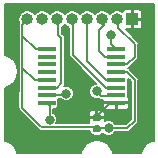
<source format=gbl>
G04 #@! TF.GenerationSoftware,KiCad,Pcbnew,5.0.2-bee76a0~70~ubuntu18.04.1*
G04 #@! TF.CreationDate,2020-01-14T20:57:16+01:00*
G04 #@! TF.ProjectId,TLI5012B,544c4935-3031-4324-922e-6b696361645f,rev?*
G04 #@! TF.SameCoordinates,Original*
G04 #@! TF.FileFunction,Copper,L2,Bot*
G04 #@! TF.FilePolarity,Positive*
%FSLAX46Y46*%
G04 Gerber Fmt 4.6, Leading zero omitted, Abs format (unit mm)*
G04 Created by KiCad (PCBNEW 5.0.2-bee76a0~70~ubuntu18.04.1) date Di 14 Jan 2020 20:57:16 CET*
%MOMM*%
%LPD*%
G01*
G04 APERTURE LIST*
G04 #@! TA.AperFunction,Conductor*
%ADD10C,0.100000*%
G04 #@! TD*
G04 #@! TA.AperFunction,SMDPad,CuDef*
%ADD11C,0.590000*%
G04 #@! TD*
G04 #@! TA.AperFunction,ComponentPad*
%ADD12R,1.000000X1.000000*%
G04 #@! TD*
G04 #@! TA.AperFunction,ComponentPad*
%ADD13O,1.000000X1.000000*%
G04 #@! TD*
G04 #@! TA.AperFunction,SMDPad,CuDef*
%ADD14R,1.500000X0.450000*%
G04 #@! TD*
G04 #@! TA.AperFunction,ViaPad*
%ADD15C,0.800000*%
G04 #@! TD*
G04 #@! TA.AperFunction,Conductor*
%ADD16C,0.152400*%
G04 #@! TD*
G04 #@! TA.AperFunction,Conductor*
%ADD17C,0.203200*%
G04 #@! TD*
G04 APERTURE END LIST*
D10*
G04 #@! TO.N,+5V*
G04 #@! TO.C,C1*
G36*
X139161958Y-90690710D02*
X139176276Y-90692834D01*
X139190317Y-90696351D01*
X139203946Y-90701228D01*
X139217031Y-90707417D01*
X139229447Y-90714858D01*
X139241073Y-90723481D01*
X139251798Y-90733202D01*
X139261519Y-90743927D01*
X139270142Y-90755553D01*
X139277583Y-90767969D01*
X139283772Y-90781054D01*
X139288649Y-90794683D01*
X139292166Y-90808724D01*
X139294290Y-90823042D01*
X139295000Y-90837500D01*
X139295000Y-91132500D01*
X139294290Y-91146958D01*
X139292166Y-91161276D01*
X139288649Y-91175317D01*
X139283772Y-91188946D01*
X139277583Y-91202031D01*
X139270142Y-91214447D01*
X139261519Y-91226073D01*
X139251798Y-91236798D01*
X139241073Y-91246519D01*
X139229447Y-91255142D01*
X139217031Y-91262583D01*
X139203946Y-91268772D01*
X139190317Y-91273649D01*
X139176276Y-91277166D01*
X139161958Y-91279290D01*
X139147500Y-91280000D01*
X138802500Y-91280000D01*
X138788042Y-91279290D01*
X138773724Y-91277166D01*
X138759683Y-91273649D01*
X138746054Y-91268772D01*
X138732969Y-91262583D01*
X138720553Y-91255142D01*
X138708927Y-91246519D01*
X138698202Y-91236798D01*
X138688481Y-91226073D01*
X138679858Y-91214447D01*
X138672417Y-91202031D01*
X138666228Y-91188946D01*
X138661351Y-91175317D01*
X138657834Y-91161276D01*
X138655710Y-91146958D01*
X138655000Y-91132500D01*
X138655000Y-90837500D01*
X138655710Y-90823042D01*
X138657834Y-90808724D01*
X138661351Y-90794683D01*
X138666228Y-90781054D01*
X138672417Y-90767969D01*
X138679858Y-90755553D01*
X138688481Y-90743927D01*
X138698202Y-90733202D01*
X138708927Y-90723481D01*
X138720553Y-90714858D01*
X138732969Y-90707417D01*
X138746054Y-90701228D01*
X138759683Y-90696351D01*
X138773724Y-90692834D01*
X138788042Y-90690710D01*
X138802500Y-90690000D01*
X139147500Y-90690000D01*
X139161958Y-90690710D01*
X139161958Y-90690710D01*
G37*
D11*
G04 #@! TD*
G04 #@! TO.P,C1,1*
G04 #@! TO.N,+5V*
X138975000Y-90985000D03*
D10*
G04 #@! TO.N,GND*
G04 #@! TO.C,C1*
G36*
X139161958Y-89720710D02*
X139176276Y-89722834D01*
X139190317Y-89726351D01*
X139203946Y-89731228D01*
X139217031Y-89737417D01*
X139229447Y-89744858D01*
X139241073Y-89753481D01*
X139251798Y-89763202D01*
X139261519Y-89773927D01*
X139270142Y-89785553D01*
X139277583Y-89797969D01*
X139283772Y-89811054D01*
X139288649Y-89824683D01*
X139292166Y-89838724D01*
X139294290Y-89853042D01*
X139295000Y-89867500D01*
X139295000Y-90162500D01*
X139294290Y-90176958D01*
X139292166Y-90191276D01*
X139288649Y-90205317D01*
X139283772Y-90218946D01*
X139277583Y-90232031D01*
X139270142Y-90244447D01*
X139261519Y-90256073D01*
X139251798Y-90266798D01*
X139241073Y-90276519D01*
X139229447Y-90285142D01*
X139217031Y-90292583D01*
X139203946Y-90298772D01*
X139190317Y-90303649D01*
X139176276Y-90307166D01*
X139161958Y-90309290D01*
X139147500Y-90310000D01*
X138802500Y-90310000D01*
X138788042Y-90309290D01*
X138773724Y-90307166D01*
X138759683Y-90303649D01*
X138746054Y-90298772D01*
X138732969Y-90292583D01*
X138720553Y-90285142D01*
X138708927Y-90276519D01*
X138698202Y-90266798D01*
X138688481Y-90256073D01*
X138679858Y-90244447D01*
X138672417Y-90232031D01*
X138666228Y-90218946D01*
X138661351Y-90205317D01*
X138657834Y-90191276D01*
X138655710Y-90176958D01*
X138655000Y-90162500D01*
X138655000Y-89867500D01*
X138655710Y-89853042D01*
X138657834Y-89838724D01*
X138661351Y-89824683D01*
X138666228Y-89811054D01*
X138672417Y-89797969D01*
X138679858Y-89785553D01*
X138688481Y-89773927D01*
X138698202Y-89763202D01*
X138708927Y-89753481D01*
X138720553Y-89744858D01*
X138732969Y-89737417D01*
X138746054Y-89731228D01*
X138759683Y-89726351D01*
X138773724Y-89722834D01*
X138788042Y-89720710D01*
X138802500Y-89720000D01*
X139147500Y-89720000D01*
X139161958Y-89720710D01*
X139161958Y-89720710D01*
G37*
D11*
G04 #@! TD*
G04 #@! TO.P,C1,2*
G04 #@! TO.N,GND*
X138975000Y-90015000D03*
D12*
G04 #@! TO.P,J1,1*
G04 #@! TO.N,GND*
X141975000Y-81700000D03*
D13*
G04 #@! TO.P,J1,2*
G04 #@! TO.N,/A_OUT_*
X140705000Y-81700000D03*
G04 #@! TO.P,J1,3*
G04 #@! TO.N,/A_OUT*
X139435000Y-81700000D03*
G04 #@! TO.P,J1,4*
G04 #@! TO.N,/B_OUT_*
X138165000Y-81700000D03*
G04 #@! TO.P,J1,5*
G04 #@! TO.N,/B_OUT*
X136895000Y-81700000D03*
G04 #@! TO.P,J1,6*
G04 #@! TO.N,/C_OUT_*
X135625000Y-81700000D03*
G04 #@! TO.P,J1,7*
G04 #@! TO.N,/C_OUT*
X134355000Y-81700000D03*
G04 #@! TO.P,J1,8*
G04 #@! TO.N,+5V*
X133085000Y-81700000D03*
G04 #@! TD*
D14*
G04 #@! TO.P,U2,1*
G04 #@! TO.N,/IFA*
X140625000Y-84225000D03*
G04 #@! TO.P,U2,2*
G04 #@! TO.N,/A_OUT*
X140625000Y-84875000D03*
G04 #@! TO.P,U2,3*
G04 #@! TO.N,/A_OUT_*
X140625000Y-85525000D03*
G04 #@! TO.P,U2,4*
G04 #@! TO.N,+5V*
X140625000Y-86175000D03*
G04 #@! TO.P,U2,5*
G04 #@! TO.N,/B_OUT_*
X140625000Y-86825000D03*
G04 #@! TO.P,U2,6*
G04 #@! TO.N,/B_OUT*
X140625000Y-87475000D03*
G04 #@! TO.P,U2,7*
G04 #@! TO.N,/IFB*
X140625000Y-88125000D03*
G04 #@! TO.P,U2,8*
G04 #@! TO.N,GND*
X140625000Y-88775000D03*
G04 #@! TO.P,U2,9*
G04 #@! TO.N,/IFC*
X134725000Y-88775000D03*
G04 #@! TO.P,U2,10*
G04 #@! TO.N,/C_OUT*
X134725000Y-88125000D03*
G04 #@! TO.P,U2,11*
G04 #@! TO.N,/C_OUT_*
X134725000Y-87475000D03*
G04 #@! TO.P,U2,12*
G04 #@! TO.N,+5V*
X134725000Y-86825000D03*
G04 #@! TO.P,U2,13*
G04 #@! TO.N,Net-(U2-Pad13)*
X134725000Y-86175000D03*
G04 #@! TO.P,U2,14*
G04 #@! TO.N,Net-(U2-Pad14)*
X134725000Y-85525000D03*
G04 #@! TO.P,U2,15*
G04 #@! TO.N,Net-(U2-Pad15)*
X134725000Y-84875000D03*
G04 #@! TO.P,U2,16*
G04 #@! TO.N,+5V*
X134725000Y-84225000D03*
G04 #@! TD*
D15*
G04 #@! TO.N,+5V*
X139975000Y-90900000D03*
G04 #@! TO.N,GND*
X137675000Y-90000000D03*
G04 #@! TO.N,/IFA*
X140175000Y-83000000D03*
G04 #@! TO.N,/IFB*
X138975000Y-87800000D03*
G04 #@! TO.N,/IFC*
X134975000Y-90200000D03*
G04 #@! TO.N,/C_OUT*
X136375000Y-88000000D03*
G04 #@! TD*
D16*
G04 #@! TO.N,+5V*
X134200000Y-84225000D02*
X134725000Y-84225000D01*
X141527400Y-86175000D02*
X142175000Y-86822600D01*
X140625000Y-86175000D02*
X141527400Y-86175000D01*
X142175000Y-86822600D02*
X142175000Y-90300000D01*
X141575000Y-90900000D02*
X139975000Y-90900000D01*
X142175000Y-90300000D02*
X141575000Y-90900000D01*
X133185000Y-81700000D02*
X132685001Y-82199999D01*
X133710001Y-86825000D02*
X132685001Y-85800000D01*
X134725000Y-86825000D02*
X133710001Y-86825000D01*
X132685001Y-83087401D02*
X132685001Y-82900000D01*
X133822600Y-84225000D02*
X132685001Y-83087401D01*
X134725000Y-84225000D02*
X133822600Y-84225000D01*
X132685001Y-82199999D02*
X132685001Y-82900000D01*
X132685001Y-82900000D02*
X132685001Y-85800000D01*
X132675000Y-87815000D02*
X132675000Y-89200000D01*
X132685001Y-85800000D02*
X132685001Y-87804999D01*
X132685001Y-87804999D02*
X132675000Y-87815000D01*
X139890000Y-90985000D02*
X139975000Y-90900000D01*
X139090000Y-90900000D02*
X138975000Y-90785000D01*
X139975000Y-90900000D02*
X139090000Y-90900000D01*
X138555000Y-90785000D02*
X138511399Y-90828601D01*
X138511399Y-90828601D02*
X134303601Y-90828601D01*
X132675000Y-89200000D02*
X134175000Y-90700000D01*
X134303601Y-90828601D02*
X134175000Y-90700000D01*
X138975000Y-90785000D02*
X138555000Y-90785000D01*
G04 #@! TO.N,GND*
X138975000Y-89900000D02*
X138975000Y-90015000D01*
X140100000Y-88775000D02*
X138975000Y-89900000D01*
X140625000Y-88775000D02*
X140100000Y-88775000D01*
X138975000Y-90015000D02*
X137690000Y-90015000D01*
X137690000Y-90015000D02*
X137675000Y-90000000D01*
G04 #@! TO.N,/IFA*
X140175000Y-83775000D02*
X140625000Y-84225000D01*
X140175000Y-83000000D02*
X140175000Y-83775000D01*
G04 #@! TO.N,/IFB*
X140550001Y-88199999D02*
X140625000Y-88125000D01*
X139374999Y-88199999D02*
X140550001Y-88199999D01*
X138975000Y-87800000D02*
X139374999Y-88199999D01*
G04 #@! TO.N,/IFC*
X134975000Y-89025000D02*
X134725000Y-88775000D01*
X134975000Y-90200000D02*
X134975000Y-89025000D01*
G04 #@! TO.N,/A_OUT_*
X140805000Y-82407106D02*
X142175000Y-83777106D01*
X140805000Y-81700000D02*
X140805000Y-82407106D01*
X142175000Y-84877400D02*
X141527400Y-85525000D01*
X141527400Y-85525000D02*
X140625000Y-85525000D01*
X142175000Y-83777106D02*
X142175000Y-84877400D01*
G04 #@! TO.N,/A_OUT*
X139575000Y-81740000D02*
X139535000Y-81700000D01*
X139575000Y-82200000D02*
X139575000Y-81740000D01*
X139175000Y-82600000D02*
X139575000Y-82200000D01*
X139175000Y-84400000D02*
X139175000Y-82600000D01*
X140625000Y-84875000D02*
X139650000Y-84875000D01*
X139650000Y-84875000D02*
X139175000Y-84400000D01*
G04 #@! TO.N,/B_OUT_*
X139722600Y-86825000D02*
X140625000Y-86825000D01*
X138165000Y-85267400D02*
X138397600Y-85500000D01*
X138165000Y-81700000D02*
X138165000Y-85267400D01*
X138397600Y-85500000D02*
X139722600Y-86825000D01*
G04 #@! TO.N,/B_OUT*
X136995000Y-82407106D02*
X136995000Y-81700000D01*
X136995000Y-84747400D02*
X136995000Y-82407106D01*
X139722600Y-87475000D02*
X136995000Y-84747400D01*
X140625000Y-87475000D02*
X139722600Y-87475000D01*
G04 #@! TO.N,/C_OUT_*
X135627400Y-87475000D02*
X135975000Y-87127400D01*
X134725000Y-87475000D02*
X135627400Y-87475000D01*
X135975000Y-87127400D02*
X135975000Y-83300000D01*
X135725000Y-83050000D02*
X135725000Y-81700000D01*
X135975000Y-83300000D02*
X135725000Y-83050000D01*
G04 #@! TO.N,/C_OUT*
X136375000Y-88000000D02*
X136275000Y-88000000D01*
X136150000Y-88125000D02*
X134725000Y-88125000D01*
X136275000Y-88000000D02*
X136150000Y-88125000D01*
G04 #@! TD*
D17*
G04 #@! TO.N,GND*
G36*
X143796001Y-91979997D02*
X143639863Y-92011055D01*
X143521265Y-92060180D01*
X143164400Y-92298630D01*
X143073630Y-92389400D01*
X142835180Y-92746265D01*
X142786055Y-92864863D01*
X142754997Y-93021000D01*
X140370003Y-93021000D01*
X140338945Y-92864863D01*
X140289820Y-92746265D01*
X140051370Y-92389400D01*
X139960598Y-92298628D01*
X139603735Y-92060180D01*
X139485137Y-92011055D01*
X139064185Y-91927322D01*
X138935815Y-91927322D01*
X138514863Y-92011055D01*
X138396265Y-92060180D01*
X138039400Y-92298630D01*
X137948630Y-92389400D01*
X137710180Y-92746265D01*
X137661055Y-92864863D01*
X137629997Y-93021000D01*
X132245003Y-93021000D01*
X132213945Y-92864863D01*
X132164820Y-92746265D01*
X131926370Y-92389400D01*
X131835598Y-92298628D01*
X131478735Y-92060180D01*
X131360137Y-92011055D01*
X131204000Y-91979997D01*
X131204000Y-87480003D01*
X131360137Y-87448945D01*
X131478735Y-87399820D01*
X131835600Y-87161370D01*
X131926370Y-87070600D01*
X132164820Y-86713735D01*
X132213945Y-86595137D01*
X132297678Y-86174185D01*
X132297678Y-86045815D01*
X132213945Y-85624863D01*
X132164820Y-85506265D01*
X131926370Y-85149400D01*
X131835598Y-85058628D01*
X131478735Y-84820180D01*
X131360137Y-84771055D01*
X131204000Y-84739997D01*
X131204000Y-81700000D01*
X132316229Y-81700000D01*
X132374748Y-81994196D01*
X132400067Y-82032089D01*
X132373959Y-82071162D01*
X132348332Y-82199999D01*
X132354801Y-82232521D01*
X132354802Y-82867474D01*
X132354801Y-82867479D01*
X132354801Y-83054878D01*
X132348332Y-83087401D01*
X132354801Y-83119922D01*
X132354802Y-85767473D01*
X132348332Y-85800000D01*
X132354801Y-85832522D01*
X132354802Y-87732194D01*
X132338331Y-87815000D01*
X132344800Y-87847522D01*
X132344801Y-89167473D01*
X132338331Y-89200000D01*
X132363958Y-89328837D01*
X132418517Y-89410490D01*
X132418519Y-89410492D01*
X132436940Y-89438061D01*
X132464509Y-89456482D01*
X133918517Y-90910490D01*
X134047115Y-91039087D01*
X134065540Y-91066662D01*
X134174763Y-91139643D01*
X134271079Y-91158801D01*
X134271083Y-91158801D01*
X134303600Y-91165269D01*
X134336117Y-91158801D01*
X138401256Y-91158801D01*
X138426965Y-91288052D01*
X138515078Y-91419922D01*
X138646948Y-91508035D01*
X138802500Y-91538976D01*
X139147500Y-91538976D01*
X139303052Y-91508035D01*
X139434922Y-91419922D01*
X139489037Y-91338933D01*
X139604539Y-91454435D01*
X139844911Y-91554000D01*
X140105089Y-91554000D01*
X140345461Y-91454435D01*
X140529435Y-91270461D01*
X140546112Y-91230200D01*
X141542478Y-91230200D01*
X141575000Y-91236669D01*
X141607522Y-91230200D01*
X141703838Y-91211042D01*
X141813061Y-91138061D01*
X141831484Y-91110489D01*
X142385491Y-90556483D01*
X142413061Y-90538061D01*
X142486042Y-90428838D01*
X142505200Y-90332522D01*
X142505200Y-90332519D01*
X142511668Y-90300001D01*
X142505200Y-90267482D01*
X142505200Y-86855122D01*
X142511669Y-86822600D01*
X142486042Y-86693762D01*
X142431483Y-86612110D01*
X142431482Y-86612109D01*
X142413060Y-86584539D01*
X142385491Y-86566118D01*
X141783884Y-85964511D01*
X141765461Y-85936939D01*
X141656238Y-85863958D01*
X141615239Y-85855803D01*
X141614263Y-85850894D01*
X141613666Y-85850000D01*
X141614263Y-85849106D01*
X141615239Y-85844197D01*
X141656238Y-85836042D01*
X141765461Y-85763061D01*
X141783884Y-85735489D01*
X142385489Y-85133884D01*
X142413061Y-85115461D01*
X142486042Y-85006238D01*
X142505200Y-84909922D01*
X142511669Y-84877400D01*
X142505200Y-84844878D01*
X142505200Y-83809628D01*
X142511669Y-83777106D01*
X142486042Y-83648268D01*
X142431483Y-83566616D01*
X142431482Y-83566615D01*
X142413060Y-83539045D01*
X142385491Y-83520624D01*
X141420467Y-82555600D01*
X141835300Y-82555600D01*
X141924200Y-82466700D01*
X141924200Y-81750800D01*
X142025800Y-81750800D01*
X142025800Y-82466700D01*
X142114700Y-82555600D01*
X142545733Y-82555600D01*
X142676431Y-82501463D01*
X142776463Y-82401431D01*
X142830600Y-82270733D01*
X142830600Y-81839700D01*
X142741700Y-81750800D01*
X142025800Y-81750800D01*
X141924200Y-81750800D01*
X141904200Y-81750800D01*
X141904200Y-81649200D01*
X141924200Y-81649200D01*
X141924200Y-80933300D01*
X142025800Y-80933300D01*
X142025800Y-81649200D01*
X142741700Y-81649200D01*
X142830600Y-81560300D01*
X142830600Y-81129267D01*
X142776463Y-80998569D01*
X142676431Y-80898537D01*
X142545733Y-80844400D01*
X142114700Y-80844400D01*
X142025800Y-80933300D01*
X141924200Y-80933300D01*
X141835300Y-80844400D01*
X141404267Y-80844400D01*
X141273569Y-80898537D01*
X141173537Y-80998569D01*
X141138606Y-81082899D01*
X140999196Y-80989748D01*
X140779259Y-80946000D01*
X140630741Y-80946000D01*
X140410804Y-80989748D01*
X140161397Y-81156397D01*
X140070000Y-81293182D01*
X139978603Y-81156397D01*
X139729196Y-80989748D01*
X139509259Y-80946000D01*
X139360741Y-80946000D01*
X139140804Y-80989748D01*
X138891397Y-81156397D01*
X138800000Y-81293182D01*
X138708603Y-81156397D01*
X138459196Y-80989748D01*
X138239259Y-80946000D01*
X138090741Y-80946000D01*
X137870804Y-80989748D01*
X137621397Y-81156397D01*
X137530000Y-81293182D01*
X137438603Y-81156397D01*
X137189196Y-80989748D01*
X136969259Y-80946000D01*
X136820741Y-80946000D01*
X136600804Y-80989748D01*
X136351397Y-81156397D01*
X136260000Y-81293182D01*
X136168603Y-81156397D01*
X135919196Y-80989748D01*
X135699259Y-80946000D01*
X135550741Y-80946000D01*
X135330804Y-80989748D01*
X135081397Y-81156397D01*
X134990000Y-81293182D01*
X134898603Y-81156397D01*
X134649196Y-80989748D01*
X134429259Y-80946000D01*
X134280741Y-80946000D01*
X134060804Y-80989748D01*
X133811397Y-81156397D01*
X133720000Y-81293182D01*
X133628603Y-81156397D01*
X133379196Y-80989748D01*
X133159259Y-80946000D01*
X133010741Y-80946000D01*
X132790804Y-80989748D01*
X132541397Y-81156397D01*
X132374748Y-81405804D01*
X132316229Y-81700000D01*
X131204000Y-81700000D01*
X131204000Y-80429000D01*
X143796000Y-80429000D01*
X143796001Y-91979997D01*
X143796001Y-91979997D01*
G37*
X143796001Y-91979997D02*
X143639863Y-92011055D01*
X143521265Y-92060180D01*
X143164400Y-92298630D01*
X143073630Y-92389400D01*
X142835180Y-92746265D01*
X142786055Y-92864863D01*
X142754997Y-93021000D01*
X140370003Y-93021000D01*
X140338945Y-92864863D01*
X140289820Y-92746265D01*
X140051370Y-92389400D01*
X139960598Y-92298628D01*
X139603735Y-92060180D01*
X139485137Y-92011055D01*
X139064185Y-91927322D01*
X138935815Y-91927322D01*
X138514863Y-92011055D01*
X138396265Y-92060180D01*
X138039400Y-92298630D01*
X137948630Y-92389400D01*
X137710180Y-92746265D01*
X137661055Y-92864863D01*
X137629997Y-93021000D01*
X132245003Y-93021000D01*
X132213945Y-92864863D01*
X132164820Y-92746265D01*
X131926370Y-92389400D01*
X131835598Y-92298628D01*
X131478735Y-92060180D01*
X131360137Y-92011055D01*
X131204000Y-91979997D01*
X131204000Y-87480003D01*
X131360137Y-87448945D01*
X131478735Y-87399820D01*
X131835600Y-87161370D01*
X131926370Y-87070600D01*
X132164820Y-86713735D01*
X132213945Y-86595137D01*
X132297678Y-86174185D01*
X132297678Y-86045815D01*
X132213945Y-85624863D01*
X132164820Y-85506265D01*
X131926370Y-85149400D01*
X131835598Y-85058628D01*
X131478735Y-84820180D01*
X131360137Y-84771055D01*
X131204000Y-84739997D01*
X131204000Y-81700000D01*
X132316229Y-81700000D01*
X132374748Y-81994196D01*
X132400067Y-82032089D01*
X132373959Y-82071162D01*
X132348332Y-82199999D01*
X132354801Y-82232521D01*
X132354802Y-82867474D01*
X132354801Y-82867479D01*
X132354801Y-83054878D01*
X132348332Y-83087401D01*
X132354801Y-83119922D01*
X132354802Y-85767473D01*
X132348332Y-85800000D01*
X132354801Y-85832522D01*
X132354802Y-87732194D01*
X132338331Y-87815000D01*
X132344800Y-87847522D01*
X132344801Y-89167473D01*
X132338331Y-89200000D01*
X132363958Y-89328837D01*
X132418517Y-89410490D01*
X132418519Y-89410492D01*
X132436940Y-89438061D01*
X132464509Y-89456482D01*
X133918517Y-90910490D01*
X134047115Y-91039087D01*
X134065540Y-91066662D01*
X134174763Y-91139643D01*
X134271079Y-91158801D01*
X134271083Y-91158801D01*
X134303600Y-91165269D01*
X134336117Y-91158801D01*
X138401256Y-91158801D01*
X138426965Y-91288052D01*
X138515078Y-91419922D01*
X138646948Y-91508035D01*
X138802500Y-91538976D01*
X139147500Y-91538976D01*
X139303052Y-91508035D01*
X139434922Y-91419922D01*
X139489037Y-91338933D01*
X139604539Y-91454435D01*
X139844911Y-91554000D01*
X140105089Y-91554000D01*
X140345461Y-91454435D01*
X140529435Y-91270461D01*
X140546112Y-91230200D01*
X141542478Y-91230200D01*
X141575000Y-91236669D01*
X141607522Y-91230200D01*
X141703838Y-91211042D01*
X141813061Y-91138061D01*
X141831484Y-91110489D01*
X142385491Y-90556483D01*
X142413061Y-90538061D01*
X142486042Y-90428838D01*
X142505200Y-90332522D01*
X142505200Y-90332519D01*
X142511668Y-90300001D01*
X142505200Y-90267482D01*
X142505200Y-86855122D01*
X142511669Y-86822600D01*
X142486042Y-86693762D01*
X142431483Y-86612110D01*
X142431482Y-86612109D01*
X142413060Y-86584539D01*
X142385491Y-86566118D01*
X141783884Y-85964511D01*
X141765461Y-85936939D01*
X141656238Y-85863958D01*
X141615239Y-85855803D01*
X141614263Y-85850894D01*
X141613666Y-85850000D01*
X141614263Y-85849106D01*
X141615239Y-85844197D01*
X141656238Y-85836042D01*
X141765461Y-85763061D01*
X141783884Y-85735489D01*
X142385489Y-85133884D01*
X142413061Y-85115461D01*
X142486042Y-85006238D01*
X142505200Y-84909922D01*
X142511669Y-84877400D01*
X142505200Y-84844878D01*
X142505200Y-83809628D01*
X142511669Y-83777106D01*
X142486042Y-83648268D01*
X142431483Y-83566616D01*
X142431482Y-83566615D01*
X142413060Y-83539045D01*
X142385491Y-83520624D01*
X141420467Y-82555600D01*
X141835300Y-82555600D01*
X141924200Y-82466700D01*
X141924200Y-81750800D01*
X142025800Y-81750800D01*
X142025800Y-82466700D01*
X142114700Y-82555600D01*
X142545733Y-82555600D01*
X142676431Y-82501463D01*
X142776463Y-82401431D01*
X142830600Y-82270733D01*
X142830600Y-81839700D01*
X142741700Y-81750800D01*
X142025800Y-81750800D01*
X141924200Y-81750800D01*
X141904200Y-81750800D01*
X141904200Y-81649200D01*
X141924200Y-81649200D01*
X141924200Y-80933300D01*
X142025800Y-80933300D01*
X142025800Y-81649200D01*
X142741700Y-81649200D01*
X142830600Y-81560300D01*
X142830600Y-81129267D01*
X142776463Y-80998569D01*
X142676431Y-80898537D01*
X142545733Y-80844400D01*
X142114700Y-80844400D01*
X142025800Y-80933300D01*
X141924200Y-80933300D01*
X141835300Y-80844400D01*
X141404267Y-80844400D01*
X141273569Y-80898537D01*
X141173537Y-80998569D01*
X141138606Y-81082899D01*
X140999196Y-80989748D01*
X140779259Y-80946000D01*
X140630741Y-80946000D01*
X140410804Y-80989748D01*
X140161397Y-81156397D01*
X140070000Y-81293182D01*
X139978603Y-81156397D01*
X139729196Y-80989748D01*
X139509259Y-80946000D01*
X139360741Y-80946000D01*
X139140804Y-80989748D01*
X138891397Y-81156397D01*
X138800000Y-81293182D01*
X138708603Y-81156397D01*
X138459196Y-80989748D01*
X138239259Y-80946000D01*
X138090741Y-80946000D01*
X137870804Y-80989748D01*
X137621397Y-81156397D01*
X137530000Y-81293182D01*
X137438603Y-81156397D01*
X137189196Y-80989748D01*
X136969259Y-80946000D01*
X136820741Y-80946000D01*
X136600804Y-80989748D01*
X136351397Y-81156397D01*
X136260000Y-81293182D01*
X136168603Y-81156397D01*
X135919196Y-80989748D01*
X135699259Y-80946000D01*
X135550741Y-80946000D01*
X135330804Y-80989748D01*
X135081397Y-81156397D01*
X134990000Y-81293182D01*
X134898603Y-81156397D01*
X134649196Y-80989748D01*
X134429259Y-80946000D01*
X134280741Y-80946000D01*
X134060804Y-80989748D01*
X133811397Y-81156397D01*
X133720000Y-81293182D01*
X133628603Y-81156397D01*
X133379196Y-80989748D01*
X133159259Y-80946000D01*
X133010741Y-80946000D01*
X132790804Y-80989748D01*
X132541397Y-81156397D01*
X132374748Y-81405804D01*
X132316229Y-81700000D01*
X131204000Y-81700000D01*
X131204000Y-80429000D01*
X143796000Y-80429000D01*
X143796001Y-91979997D01*
G36*
X136351397Y-82243603D02*
X136600804Y-82410252D01*
X136664800Y-82422982D01*
X136664800Y-82439627D01*
X136664801Y-82439632D01*
X136664800Y-84714878D01*
X136658331Y-84747400D01*
X136683958Y-84876237D01*
X136737494Y-84956358D01*
X136756939Y-84985460D01*
X136784509Y-85003882D01*
X138926626Y-87146000D01*
X138844911Y-87146000D01*
X138604539Y-87245565D01*
X138420565Y-87429539D01*
X138321000Y-87669911D01*
X138321000Y-87930089D01*
X138420565Y-88170461D01*
X138604539Y-88354435D01*
X138844911Y-88454000D01*
X139105089Y-88454000D01*
X139139477Y-88439756D01*
X139164507Y-88456481D01*
X139164508Y-88456482D01*
X139246161Y-88511041D01*
X139374998Y-88536668D01*
X139407520Y-88530199D01*
X139519400Y-88530199D01*
X139519400Y-88635300D01*
X139608300Y-88724200D01*
X140574200Y-88724200D01*
X140574200Y-88704200D01*
X140675800Y-88704200D01*
X140675800Y-88724200D01*
X141641700Y-88724200D01*
X141730600Y-88635300D01*
X141730600Y-88479267D01*
X141676463Y-88348569D01*
X141633976Y-88306082D01*
X141633976Y-87900000D01*
X141614263Y-87800894D01*
X141613666Y-87800000D01*
X141614263Y-87799106D01*
X141633976Y-87700000D01*
X141633976Y-87250000D01*
X141614263Y-87150894D01*
X141613666Y-87150000D01*
X141614263Y-87149106D01*
X141633976Y-87050000D01*
X141633976Y-86748549D01*
X141844800Y-86959373D01*
X141844801Y-90163225D01*
X141438227Y-90569800D01*
X140546112Y-90569800D01*
X140529435Y-90529539D01*
X140345461Y-90345565D01*
X140105089Y-90246000D01*
X139844911Y-90246000D01*
X139650600Y-90326486D01*
X139650600Y-90154700D01*
X139561700Y-90065800D01*
X139025800Y-90065800D01*
X139025800Y-90085800D01*
X138924200Y-90085800D01*
X138924200Y-90065800D01*
X138388300Y-90065800D01*
X138299400Y-90154700D01*
X138299400Y-90380733D01*
X138348140Y-90498401D01*
X135559283Y-90498401D01*
X135629000Y-90330089D01*
X135629000Y-90069911D01*
X135529435Y-89829539D01*
X135349163Y-89649267D01*
X138299400Y-89649267D01*
X138299400Y-89875300D01*
X138388300Y-89964200D01*
X138924200Y-89964200D01*
X138924200Y-89453300D01*
X139025800Y-89453300D01*
X139025800Y-89964200D01*
X139561700Y-89964200D01*
X139650600Y-89875300D01*
X139650600Y-89649267D01*
X139596463Y-89518569D01*
X139496431Y-89418537D01*
X139365733Y-89364400D01*
X139114700Y-89364400D01*
X139025800Y-89453300D01*
X138924200Y-89453300D01*
X138835300Y-89364400D01*
X138584267Y-89364400D01*
X138453569Y-89418537D01*
X138353537Y-89518569D01*
X138299400Y-89649267D01*
X135349163Y-89649267D01*
X135345461Y-89645565D01*
X135305200Y-89628888D01*
X135305200Y-89258976D01*
X135475000Y-89258976D01*
X135574106Y-89239263D01*
X135658124Y-89183124D01*
X135714263Y-89099106D01*
X135733976Y-89000000D01*
X135733976Y-88914700D01*
X139519400Y-88914700D01*
X139519400Y-89070733D01*
X139573537Y-89201431D01*
X139673569Y-89301463D01*
X139804267Y-89355600D01*
X140485300Y-89355600D01*
X140574200Y-89266700D01*
X140574200Y-88825800D01*
X140675800Y-88825800D01*
X140675800Y-89266700D01*
X140764700Y-89355600D01*
X141445733Y-89355600D01*
X141576431Y-89301463D01*
X141676463Y-89201431D01*
X141730600Y-89070733D01*
X141730600Y-88914700D01*
X141641700Y-88825800D01*
X140675800Y-88825800D01*
X140574200Y-88825800D01*
X139608300Y-88825800D01*
X139519400Y-88914700D01*
X135733976Y-88914700D01*
X135733976Y-88550000D01*
X135715119Y-88455200D01*
X135905304Y-88455200D01*
X136004539Y-88554435D01*
X136244911Y-88654000D01*
X136505089Y-88654000D01*
X136745461Y-88554435D01*
X136929435Y-88370461D01*
X137029000Y-88130089D01*
X137029000Y-87869911D01*
X136929435Y-87629539D01*
X136745461Y-87445565D01*
X136505089Y-87346000D01*
X136244911Y-87346000D01*
X136218851Y-87356794D01*
X136250754Y-87309050D01*
X136286042Y-87256238D01*
X136311669Y-87127400D01*
X136305200Y-87094878D01*
X136305200Y-83332516D01*
X136311668Y-83299999D01*
X136305200Y-83267482D01*
X136305200Y-83267478D01*
X136286042Y-83171162D01*
X136213061Y-83061939D01*
X136185489Y-83043516D01*
X136055200Y-82913227D01*
X136055200Y-82319377D01*
X136168603Y-82243603D01*
X136260000Y-82106818D01*
X136351397Y-82243603D01*
X136351397Y-82243603D01*
G37*
X136351397Y-82243603D02*
X136600804Y-82410252D01*
X136664800Y-82422982D01*
X136664800Y-82439627D01*
X136664801Y-82439632D01*
X136664800Y-84714878D01*
X136658331Y-84747400D01*
X136683958Y-84876237D01*
X136737494Y-84956358D01*
X136756939Y-84985460D01*
X136784509Y-85003882D01*
X138926626Y-87146000D01*
X138844911Y-87146000D01*
X138604539Y-87245565D01*
X138420565Y-87429539D01*
X138321000Y-87669911D01*
X138321000Y-87930089D01*
X138420565Y-88170461D01*
X138604539Y-88354435D01*
X138844911Y-88454000D01*
X139105089Y-88454000D01*
X139139477Y-88439756D01*
X139164507Y-88456481D01*
X139164508Y-88456482D01*
X139246161Y-88511041D01*
X139374998Y-88536668D01*
X139407520Y-88530199D01*
X139519400Y-88530199D01*
X139519400Y-88635300D01*
X139608300Y-88724200D01*
X140574200Y-88724200D01*
X140574200Y-88704200D01*
X140675800Y-88704200D01*
X140675800Y-88724200D01*
X141641700Y-88724200D01*
X141730600Y-88635300D01*
X141730600Y-88479267D01*
X141676463Y-88348569D01*
X141633976Y-88306082D01*
X141633976Y-87900000D01*
X141614263Y-87800894D01*
X141613666Y-87800000D01*
X141614263Y-87799106D01*
X141633976Y-87700000D01*
X141633976Y-87250000D01*
X141614263Y-87150894D01*
X141613666Y-87150000D01*
X141614263Y-87149106D01*
X141633976Y-87050000D01*
X141633976Y-86748549D01*
X141844800Y-86959373D01*
X141844801Y-90163225D01*
X141438227Y-90569800D01*
X140546112Y-90569800D01*
X140529435Y-90529539D01*
X140345461Y-90345565D01*
X140105089Y-90246000D01*
X139844911Y-90246000D01*
X139650600Y-90326486D01*
X139650600Y-90154700D01*
X139561700Y-90065800D01*
X139025800Y-90065800D01*
X139025800Y-90085800D01*
X138924200Y-90085800D01*
X138924200Y-90065800D01*
X138388300Y-90065800D01*
X138299400Y-90154700D01*
X138299400Y-90380733D01*
X138348140Y-90498401D01*
X135559283Y-90498401D01*
X135629000Y-90330089D01*
X135629000Y-90069911D01*
X135529435Y-89829539D01*
X135349163Y-89649267D01*
X138299400Y-89649267D01*
X138299400Y-89875300D01*
X138388300Y-89964200D01*
X138924200Y-89964200D01*
X138924200Y-89453300D01*
X139025800Y-89453300D01*
X139025800Y-89964200D01*
X139561700Y-89964200D01*
X139650600Y-89875300D01*
X139650600Y-89649267D01*
X139596463Y-89518569D01*
X139496431Y-89418537D01*
X139365733Y-89364400D01*
X139114700Y-89364400D01*
X139025800Y-89453300D01*
X138924200Y-89453300D01*
X138835300Y-89364400D01*
X138584267Y-89364400D01*
X138453569Y-89418537D01*
X138353537Y-89518569D01*
X138299400Y-89649267D01*
X135349163Y-89649267D01*
X135345461Y-89645565D01*
X135305200Y-89628888D01*
X135305200Y-89258976D01*
X135475000Y-89258976D01*
X135574106Y-89239263D01*
X135658124Y-89183124D01*
X135714263Y-89099106D01*
X135733976Y-89000000D01*
X135733976Y-88914700D01*
X139519400Y-88914700D01*
X139519400Y-89070733D01*
X139573537Y-89201431D01*
X139673569Y-89301463D01*
X139804267Y-89355600D01*
X140485300Y-89355600D01*
X140574200Y-89266700D01*
X140574200Y-88825800D01*
X140675800Y-88825800D01*
X140675800Y-89266700D01*
X140764700Y-89355600D01*
X141445733Y-89355600D01*
X141576431Y-89301463D01*
X141676463Y-89201431D01*
X141730600Y-89070733D01*
X141730600Y-88914700D01*
X141641700Y-88825800D01*
X140675800Y-88825800D01*
X140574200Y-88825800D01*
X139608300Y-88825800D01*
X139519400Y-88914700D01*
X135733976Y-88914700D01*
X135733976Y-88550000D01*
X135715119Y-88455200D01*
X135905304Y-88455200D01*
X136004539Y-88554435D01*
X136244911Y-88654000D01*
X136505089Y-88654000D01*
X136745461Y-88554435D01*
X136929435Y-88370461D01*
X137029000Y-88130089D01*
X137029000Y-87869911D01*
X136929435Y-87629539D01*
X136745461Y-87445565D01*
X136505089Y-87346000D01*
X136244911Y-87346000D01*
X136218851Y-87356794D01*
X136250754Y-87309050D01*
X136286042Y-87256238D01*
X136311669Y-87127400D01*
X136305200Y-87094878D01*
X136305200Y-83332516D01*
X136311668Y-83299999D01*
X136305200Y-83267482D01*
X136305200Y-83267478D01*
X136286042Y-83171162D01*
X136213061Y-83061939D01*
X136185489Y-83043516D01*
X136055200Y-82913227D01*
X136055200Y-82319377D01*
X136168603Y-82243603D01*
X136260000Y-82106818D01*
X136351397Y-82243603D01*
G04 #@! TD*
M02*

</source>
